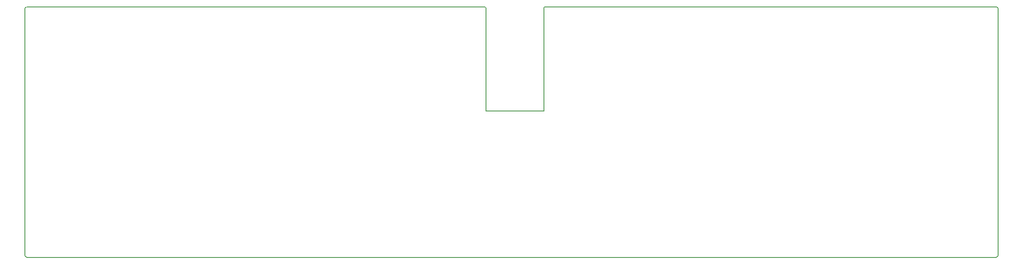
<source format=gm1>
%TF.GenerationSoftware,KiCad,Pcbnew,7.0.2*%
%TF.CreationDate,2023-06-15T14:07:21-05:00*%
%TF.ProjectId,Capsule,43617073-756c-4652-9e6b-696361645f70,1.0*%
%TF.SameCoordinates,Original*%
%TF.FileFunction,Profile,NP*%
%FSLAX46Y46*%
G04 Gerber Fmt 4.6, Leading zero omitted, Abs format (unit mm)*
G04 Created by KiCad (PCBNEW 7.0.2) date 2023-06-15 14:07:21*
%MOMM*%
%LPD*%
G01*
G04 APERTURE LIST*
%TA.AperFunction,Profile*%
%ADD10C,0.150000*%
%TD*%
G04 APERTURE END LIST*
D10*
X225000000Y-71600000D02*
G75*
G03*
X225500000Y-71100000I0J500000D01*
G01*
X225000000Y-19600000D02*
X131400000Y-19600000D01*
X119200000Y-19800000D02*
X119200000Y-20250000D01*
X119200000Y-19800000D02*
G75*
G03*
X119000000Y-19600000I-200000J0D01*
G01*
X131400000Y-19600000D02*
G75*
G03*
X131200000Y-19800000I0J-200000D01*
G01*
X225500000Y-20100000D02*
G75*
G03*
X225000000Y-19600000I-500000J0D01*
G01*
X24000000Y-19600000D02*
G75*
G03*
X23500000Y-20100000I0J-500000D01*
G01*
X225500000Y-71100000D02*
X225500000Y-20100000D01*
X23500000Y-71100000D02*
G75*
G03*
X24000000Y-71600000I500000J0D01*
G01*
X131200000Y-20250000D02*
X131200000Y-19800000D01*
X24000000Y-71600000D02*
X225000000Y-71600000D01*
X23500000Y-20100000D02*
X23500000Y-71100000D01*
X24000000Y-19600000D02*
X119000000Y-19600000D01*
%TO.C,U1*%
X131200000Y-41250000D02*
X119200000Y-41250000D01*
X131200000Y-20250000D02*
X131200000Y-41250000D01*
X119200000Y-41250000D02*
X119200000Y-20250000D01*
%TD*%
M02*

</source>
